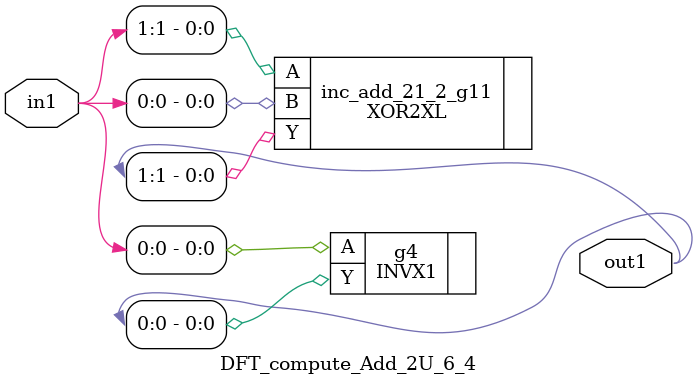
<source format=v>
`timescale 1ps / 1ps


module DFT_compute_Add_2U_6_4(in1, out1);
  input [1:0] in1;
  output [1:0] out1;
  wire [1:0] in1;
  wire [1:0] out1;
  INVX1 g4(.A (in1[0]), .Y (out1[0]));
  XOR2XL inc_add_21_2_g11(.A (in1[1]), .B (in1[0]), .Y (out1[1]));
endmodule


</source>
